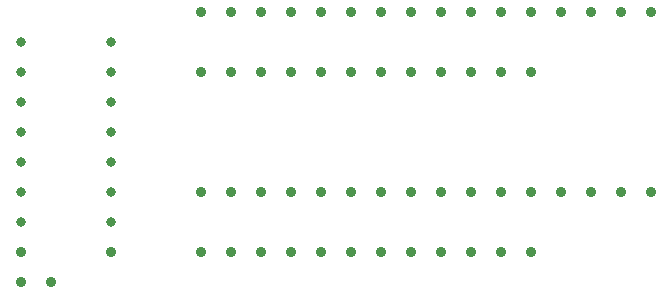
<source format=gbr>
G04 DesignSpark PCB Gerber Version 10.0 Build 5299*
%FSLAX35Y35*%
%MOIN*%
%ADD122C,0.03200*%
%ADD120C,0.03500*%
%ADD130C,0.03543*%
X0Y0D02*
D02*
D120*
X20250Y30250D03*
X50250D03*
X80250D03*
Y50250D03*
Y90250D03*
Y110250D03*
X90250Y30250D03*
Y50250D03*
Y90250D03*
Y110250D03*
X100250Y30250D03*
Y50250D03*
Y90250D03*
Y110250D03*
X110250Y30250D03*
Y50250D03*
Y90250D03*
Y110250D03*
X120250Y30250D03*
Y50250D03*
Y90250D03*
Y110250D03*
X130250Y30250D03*
Y50250D03*
Y90250D03*
Y110250D03*
X140250Y30250D03*
Y50250D03*
Y90250D03*
Y110250D03*
X150250Y30250D03*
Y50250D03*
Y90250D03*
Y110250D03*
X160250Y30250D03*
Y50250D03*
Y90250D03*
Y110250D03*
X170250Y30250D03*
Y50250D03*
Y90250D03*
Y110250D03*
X180250Y30250D03*
Y50250D03*
Y90250D03*
Y110250D03*
X190250Y30250D03*
Y50250D03*
Y90250D03*
Y110250D03*
X200250Y50250D03*
Y110250D03*
X210250Y50250D03*
Y110250D03*
X220250Y50250D03*
Y110250D03*
X230250Y50250D03*
Y110250D03*
D02*
D122*
X20250Y40250D03*
Y50250D03*
Y60250D03*
Y70250D03*
Y80250D03*
Y90250D03*
Y100250D03*
X50250Y40250D03*
Y50250D03*
Y60250D03*
Y70250D03*
Y80250D03*
Y90250D03*
Y100250D03*
D02*
D130*
X20250Y20250D03*
X30250D03*
X0Y0D02*
M02*

</source>
